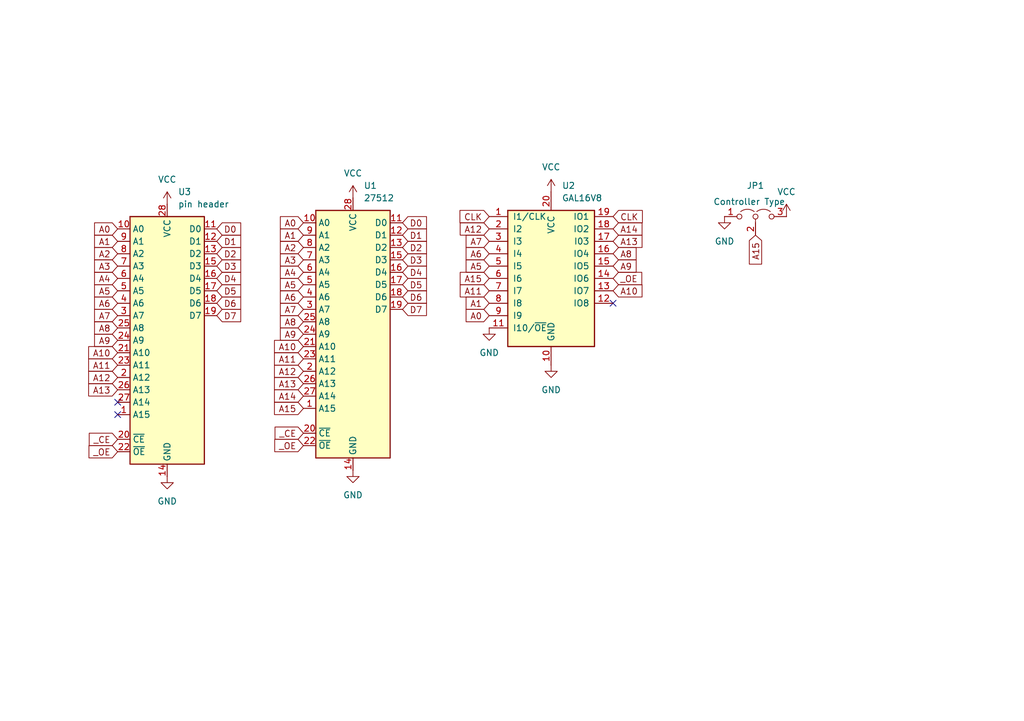
<source format=kicad_sch>
(kicad_sch (version 20231120) (generator "eeschema") (generator_version "8.0")
  (paper "A5")
  (title_block (title "Project Laoshi - 老師") (date "2024-05-19") (rev "3") (comment 1 "Recovering the teachings of an old teacher.") (comment 2 "Please use wisely."))
  (lib_symbols
    (symbol "Jumper:Jumper_3_Open" (pin_names (offset 0) hide) (exclude_from_sim yes) (in_bom no)
      (property "Reference" "JP" (at -2.54 -2.54 0))
      (property "Value" "Jumper_3_Open" (at 0 2.794 0))
      (symbol "Jumper_3_Open_0_0"
        (circle (center -3.302 0) (radius 0.508))
        (circle (center 0 0) (radius 0.508))
        (circle (center 3.302 0) (radius 0.508))
      )
      (symbol "Jumper_3_Open_0_1"
        (arc (start -0.254 1.016) (mid -1.651 1.4992) (end -3.048 1.016))
        (polyline (pts (xy 0 -0.508) (xy 0 -1.27)))
        (arc (start 3.048 1.016) (mid 1.651 1.4992) (end 0.254 1.016))
      )
      (symbol "Jumper_3_Open_1_1"
        (pin passive line (at -6.35 0 0) (length 2.54) (name "A") (number "1"))
        (pin passive line (at 0 -3.81 90) (length 2.54) (name "C") (number "2"))
        (pin passive line (at 6.35 0 180) (length 2.54) (name "B") (number "3"))
      )
    )
    (symbol "Logic_Programmable:GAL16V8" (pin_names (offset 1.016))
      (property "Reference" "U" (at -8.89 16.51 0))
      (property "Value" "GAL16V8" (at 1.27 16.51 0))
      (symbol "GAL16V8_0_0"
        (pin power_in line (at 0 -17.78 90) (length 3.81) (name "GND") (number "10"))
        (pin power_in line (at 0 17.78 270) (length 3.81) (name "VCC") (number "20"))
      )
      (symbol "GAL16V8_0_1"
        (rectangle (start -8.89 13.97) (end 8.89 -13.97) (stroke (width 0.254)) (fill (type background)))
      )
      (symbol "GAL16V8_1_1"
        (pin input line (at -12.7 12.7 0) (length 3.81) (name "I1/CLK") (number "1"))
        (pin input line (at -12.7 -10.16 0) (length 3.81) (name "I10/~{OE}") (number "11"))
        (pin tri_state line (at 12.7 -5.08 180) (length 3.81) (name "IO8") (number "12"))
        (pin tri_state line (at 12.7 -2.54 180) (length 3.81) (name "IO7") (number "13"))
        (pin tri_state line (at 12.7 0 180) (length 3.81) (name "IO6") (number "14"))
        (pin tri_state line (at 12.7 2.54 180) (length 3.81) (name "IO5") (number "15"))
        (pin tri_state line (at 12.7 5.08 180) (length 3.81) (name "IO4") (number "16"))
        (pin tri_state line (at 12.7 7.62 180) (length 3.81) (name "I03") (number "17"))
        (pin tri_state line (at 12.7 10.16 180) (length 3.81) (name "IO2") (number "18"))
        (pin tri_state line (at 12.7 12.7 180) (length 3.81) (name "IO1") (number "19"))
        (pin input line (at -12.7 10.16 0) (length 3.81) (name "I2") (number "2"))
        (pin input line (at -12.7 7.62 0) (length 3.81) (name "I3") (number "3"))
        (pin input line (at -12.7 5.08 0) (length 3.81) (name "I4") (number "4"))
        (pin input line (at -12.7 2.54 0) (length 3.81) (name "I5") (number "5"))
        (pin input line (at -12.7 0 0) (length 3.81) (name "I6") (number "6"))
        (pin input line (at -12.7 -2.54 0) (length 3.81) (name "I7") (number "7"))
        (pin input line (at -12.7 -5.08 0) (length 3.81) (name "I8") (number "8"))
        (pin input line (at -12.7 -7.62 0) (length 3.81) (name "I9") (number "9"))
      )
    )
    (symbol "Memory_EPROM:27512"
      (property "Reference" "U" (at -7.62 26.67 0))
      (property "Value" "27512" (at 2.54 -26.67 0))
      (symbol "27512_1_1"
        (rectangle (start -7.62 25.4) (end 7.62 -25.4) (stroke (width 0.254)) (fill (type background)))
        (pin input line (at -10.16 -15.24 0) (length 2.54) (name "A15") (number "1"))
        (pin input line (at -10.16 22.86 0) (length 2.54) (name "A0") (number "10"))
        (pin tri_state line (at 10.16 22.86 180) (length 2.54) (name "D0") (number "11"))
        (pin tri_state line (at 10.16 20.32 180) (length 2.54) (name "D1") (number "12"))
        (pin tri_state line (at 10.16 17.78 180) (length 2.54) (name "D2") (number "13"))
        (pin power_in line (at 0 -27.94 90) (length 2.54) (name "GND") (number "14"))
        (pin tri_state line (at 10.16 15.24 180) (length 2.54) (name "D3") (number "15"))
        (pin tri_state line (at 10.16 12.7 180) (length 2.54) (name "D4") (number "16"))
        (pin tri_state line (at 10.16 10.16 180) (length 2.54) (name "D5") (number "17"))
        (pin tri_state line (at 10.16 7.62 180) (length 2.54) (name "D6") (number "18"))
        (pin tri_state line (at 10.16 5.08 180) (length 2.54) (name "D7") (number "19"))
        (pin input line (at -10.16 -7.62 0) (length 2.54) (name "A12") (number "2"))
        (pin input line (at -10.16 -20.32 0) (length 2.54) (name "~{CE}") (number "20"))
        (pin input line (at -10.16 -2.54 0) (length 2.54) (name "A10") (number "21"))
        (pin input line (at -10.16 -22.86 0) (length 2.54) (name "~{OE}") (number "22"))
        (pin input line (at -10.16 -5.08 0) (length 2.54) (name "A11") (number "23"))
        (pin input line (at -10.16 0 0) (length 2.54) (name "A9") (number "24"))
        (pin input line (at -10.16 2.54 0) (length 2.54) (name "A8") (number "25"))
        (pin input line (at -10.16 -10.16 0) (length 2.54) (name "A13") (number "26"))
        (pin input line (at -10.16 -12.7 0) (length 2.54) (name "A14") (number "27"))
        (pin power_in line (at 0 27.94 270) (length 2.54) (name "VCC") (number "28"))
        (pin input line (at -10.16 5.08 0) (length 2.54) (name "A7") (number "3"))
        (pin input line (at -10.16 7.62 0) (length 2.54) (name "A6") (number "4"))
        (pin input line (at -10.16 10.16 0) (length 2.54) (name "A5") (number "5"))
        (pin input line (at -10.16 12.7 0) (length 2.54) (name "A4") (number "6"))
        (pin input line (at -10.16 15.24 0) (length 2.54) (name "A3") (number "7"))
        (pin input line (at -10.16 17.78 0) (length 2.54) (name "A2") (number "8"))
        (pin input line (at -10.16 20.32 0) (length 2.54) (name "A1") (number "9"))
      )
    )
    (symbol "power:GND" (power) (pin_numbers hide) (pin_names (offset 0) hide)
      (property "Value" "GND" (at 0 -3.81 0))
      (symbol "GND_0_1"
        (polyline (pts (xy 0 0) (xy 0 -1.27) (xy 1.27 -1.27) (xy 0 -2.54) (xy -1.27 -1.27) (xy 0 -1.27)))
      )
      (symbol "GND_1_1"
        (pin power_in line (at 0 0 270) (length 0) (name "~") (number "1"))
      )
    )
    (symbol "power:VCC" (power) (pin_numbers hide) (pin_names (offset 0) hide)
      (property "Value" "VCC" (at 0 3.556 0))
      (symbol "VCC_0_1"
        (polyline (pts (xy -0.762 1.27) (xy 0 2.54)))
        (polyline (pts (xy 0 0) (xy 0 2.54)))
        (polyline (pts (xy 0 2.54) (xy 0.762 1.27)))
      )
      (symbol "VCC_1_1"
        (pin power_in line (at 0 0 90) (length 0) (name "~") (number "1"))
      )
    )
  )
  (no_connect (at 125.73 62.23))
  (no_connect (at 24.13 85.09))
  (no_connect (at 24.13 82.55))
  (global_label "A8" (shape input) (at 125.73 52.07 0) (property "Intersheetrefs" "${INTERSHEET_REFS}" (effects (hide yes))))
  (global_label "A12" (shape input) (at 24.13 77.47 180) (property "Intersheetrefs" "${INTERSHEET_REFS}" (effects (hide yes))))
  (global_label "A15" (shape input) (at 154.94 48.26 270) (property "Intersheetrefs" "${INTERSHEET_REFS}" (effects (hide yes))))
  (global_label "_CE" (shape input) (at 24.13 90.17 180) (property "Intersheetrefs" "${INTERSHEET_REFS}" (effects (hide yes))))
  (global_label "A8" (shape input) (at 24.13 67.31 180) (property "Intersheetrefs" "${INTERSHEET_REFS}" (effects (hide yes))))
  (global_label "A10" (shape input) (at 24.13 72.39 180) (property "Intersheetrefs" "${INTERSHEET_REFS}" (effects (hide yes))))
  (global_label "A8" (shape input) (at 62.23 66.04 180) (property "Intersheetrefs" "${INTERSHEET_REFS}" (effects (hide yes))))
  (global_label "D5" (shape input) (at 82.55 58.42 0) (property "Intersheetrefs" "${INTERSHEET_REFS}" (effects (hide yes))))
  (global_label "A11" (shape input) (at 62.23 73.66 180) (property "Intersheetrefs" "${INTERSHEET_REFS}" (effects (hide yes))))
  (global_label "A13" (shape input) (at 125.73 49.53 0) (property "Intersheetrefs" "${INTERSHEET_REFS}" (effects (hide yes))))
  (global_label "A9" (shape input) (at 125.73 54.61 0) (property "Intersheetrefs" "${INTERSHEET_REFS}" (effects (hide yes))))
  (global_label "_CE" (shape input) (at 62.23 88.9 180) (property "Intersheetrefs" "${INTERSHEET_REFS}" (effects (hide yes))))
  (global_label "A0" (shape input) (at 62.23 45.72 180) (property "Intersheetrefs" "${INTERSHEET_REFS}" (effects (hide yes))))
  (global_label "A10" (shape input) (at 62.23 71.12 180) (property "Intersheetrefs" "${INTERSHEET_REFS}" (effects (hide yes))))
  (global_label "A4" (shape input) (at 62.23 55.88 180) (property "Intersheetrefs" "${INTERSHEET_REFS}" (effects (hide yes))))
  (global_label "A1" (shape input) (at 100.33 62.23 180) (property "Intersheetrefs" "${INTERSHEET_REFS}" (effects (hide yes))))
  (global_label "D6" (shape input) (at 44.45 62.23 0) (property "Intersheetrefs" "${INTERSHEET_REFS}" (effects (hide yes))))
  (global_label "D3" (shape input) (at 44.45 54.61 0) (property "Intersheetrefs" "${INTERSHEET_REFS}" (effects (hide yes))))
  (global_label "A11" (shape input) (at 24.13 74.93 180) (property "Intersheetrefs" "${INTERSHEET_REFS}" (effects (hide yes))))
  (global_label "A6" (shape input) (at 62.23 60.96 180) (property "Intersheetrefs" "${INTERSHEET_REFS}" (effects (hide yes))))
  (global_label "D2" (shape input) (at 82.55 50.8 0) (property "Intersheetrefs" "${INTERSHEET_REFS}" (effects (hide yes))))
  (global_label "A2" (shape input) (at 24.13 52.07 180) (property "Intersheetrefs" "${INTERSHEET_REFS}" (effects (hide yes))))
  (global_label "D2" (shape input) (at 44.45 52.07 0) (property "Intersheetrefs" "${INTERSHEET_REFS}" (effects (hide yes))))
  (global_label "D1" (shape input) (at 82.55 48.26 0) (property "Intersheetrefs" "${INTERSHEET_REFS}" (effects (hide yes))))
  (global_label "D4" (shape input) (at 82.55 55.88 0) (property "Intersheetrefs" "${INTERSHEET_REFS}" (effects (hide yes))))
  (global_label "A0" (shape input) (at 24.13 46.99 180) (property "Intersheetrefs" "${INTERSHEET_REFS}" (effects (hide yes))))
  (global_label "A15" (shape input) (at 100.33 57.15 180) (property "Intersheetrefs" "${INTERSHEET_REFS}" (effects (hide yes))))
  (global_label "D7" (shape input) (at 82.55 63.5 0) (property "Intersheetrefs" "${INTERSHEET_REFS}" (effects (hide yes))))
  (global_label "A10" (shape input) (at 125.73 59.69 0) (property "Intersheetrefs" "${INTERSHEET_REFS}" (effects (hide yes))))
  (global_label "D6" (shape input) (at 82.55 60.96 0) (property "Intersheetrefs" "${INTERSHEET_REFS}" (effects (hide yes))))
  (global_label "A2" (shape input) (at 62.23 50.8 180) (property "Intersheetrefs" "${INTERSHEET_REFS}" (effects (hide yes))))
  (global_label "A7" (shape input) (at 24.13 64.77 180) (property "Intersheetrefs" "${INTERSHEET_REFS}" (effects (hide yes))))
  (global_label "A4" (shape input) (at 24.13 57.15 180) (property "Intersheetrefs" "${INTERSHEET_REFS}" (effects (hide yes))))
  (global_label "_OE" (shape input) (at 125.73 57.15 0) (property "Intersheetrefs" "${INTERSHEET_REFS}" (effects (hide yes))))
  (global_label "A5" (shape input) (at 24.13 59.69 180) (property "Intersheetrefs" "${INTERSHEET_REFS}" (effects (hide yes))))
  (global_label "A14" (shape input) (at 62.23 81.28 180) (property "Intersheetrefs" "${INTERSHEET_REFS}" (effects (hide yes))))
  (global_label "A0" (shape input) (at 100.33 64.77 180) (property "Intersheetrefs" "${INTERSHEET_REFS}" (effects (hide yes))))
  (global_label "D0" (shape input) (at 44.45 46.99 0) (property "Intersheetrefs" "${INTERSHEET_REFS}" (effects (hide yes))))
  (global_label "A15" (shape input) (at 62.23 83.82 180) (property "Intersheetrefs" "${INTERSHEET_REFS}" (effects (hide yes))))
  (global_label "A6" (shape input) (at 100.33 52.07 180) (property "Intersheetrefs" "${INTERSHEET_REFS}" (effects (hide yes))))
  (global_label "A5" (shape input) (at 100.33 54.61 180) (property "Intersheetrefs" "${INTERSHEET_REFS}" (effects (hide yes))))
  (global_label "A12" (shape input) (at 62.23 76.2 180) (property "Intersheetrefs" "${INTERSHEET_REFS}" (effects (hide yes))))
  (global_label "D4" (shape input) (at 44.45 57.15 0) (property "Intersheetrefs" "${INTERSHEET_REFS}" (effects (hide yes))))
  (global_label "CLK" (shape input) (at 125.73 44.45 0) (property "Intersheetrefs" "${INTERSHEET_REFS}" (effects (hide yes))))
  (global_label "D7" (shape input) (at 44.45 64.77 0) (property "Intersheetrefs" "${INTERSHEET_REFS}" (effects (hide yes))))
  (global_label "A7" (shape input) (at 100.33 49.53 180) (property "Intersheetrefs" "${INTERSHEET_REFS}" (effects (hide yes))))
  (global_label "A3" (shape input) (at 62.23 53.34 180) (property "Intersheetrefs" "${INTERSHEET_REFS}" (effects (hide yes))))
  (global_label "_OE" (shape input) (at 24.13 92.71 180) (property "Intersheetrefs" "${INTERSHEET_REFS}" (effects (hide yes))))
  (global_label "A13" (shape input) (at 24.13 80.01 180) (property "Intersheetrefs" "${INTERSHEET_REFS}" (effects (hide yes))))
  (global_label "A9" (shape input) (at 62.23 68.58 180) (property "Intersheetrefs" "${INTERSHEET_REFS}" (effects (hide yes))))
  (global_label "A6" (shape input) (at 24.13 62.23 180) (property "Intersheetrefs" "${INTERSHEET_REFS}" (effects (hide yes))))
  (global_label "A11" (shape input) (at 100.33 59.69 180) (property "Intersheetrefs" "${INTERSHEET_REFS}" (effects (hide yes))))
  (global_label "A13" (shape input) (at 62.23 78.74 180) (property "Intersheetrefs" "${INTERSHEET_REFS}" (effects (hide yes))))
  (global_label "A1" (shape input) (at 24.13 49.53 180) (property "Intersheetrefs" "${INTERSHEET_REFS}" (effects (hide yes))))
  (global_label "A7" (shape input) (at 62.23 63.5 180) (property "Intersheetrefs" "${INTERSHEET_REFS}" (effects (hide yes))))
  (global_label "A9" (shape input) (at 24.13 69.85 180) (property "Intersheetrefs" "${INTERSHEET_REFS}" (effects (hide yes))))
  (global_label "_OE" (shape input) (at 62.23 91.44 180) (property "Intersheetrefs" "${INTERSHEET_REFS}" (effects (hide yes))))
  (global_label "A3" (shape input) (at 24.13 54.61 180) (property "Intersheetrefs" "${INTERSHEET_REFS}" (effects (hide yes))))
  (global_label "CLK" (shape input) (at 100.33 44.45 180) (property "Intersheetrefs" "${INTERSHEET_REFS}" (effects (hide yes))))
  (global_label "A12" (shape input) (at 100.33 46.99 180) (property "Intersheetrefs" "${INTERSHEET_REFS}" (effects (hide yes))))
  (global_label "A1" (shape input) (at 62.23 48.26 180) (property "Intersheetrefs" "${INTERSHEET_REFS}" (effects (hide yes))))
  (global_label "A14" (shape input) (at 125.73 46.99 0) (property "Intersheetrefs" "${INTERSHEET_REFS}" (effects (hide yes))))
  (global_label "D1" (shape input) (at 44.45 49.53 0) (property "Intersheetrefs" "${INTERSHEET_REFS}" (effects (hide yes))))
  (global_label "A5" (shape input) (at 62.23 58.42 180) (property "Intersheetrefs" "${INTERSHEET_REFS}" (effects (hide yes))))
  (global_label "D5" (shape input) (at 44.45 59.69 0) (property "Intersheetrefs" "${INTERSHEET_REFS}" (effects (hide yes))))
  (global_label "D3" (shape input) (at 82.55 53.34 0) (property "Intersheetrefs" "${INTERSHEET_REFS}" (effects (hide yes))))
  (global_label "D0" (shape input) (at 82.55 45.72 0) (property "Intersheetrefs" "${INTERSHEET_REFS}" (effects (hide yes))))
  (symbol (lib_id "power:VCC") (at 113.03 39.37 0) (unit 1)
    (property "Reference" "#PWR05" (effects (hide yes)))
    (property "Value" "VCC" (at 113.03 34.29 0))
    (property "Description" "Power symbol creates a global label with name \"VCC\"" (effects (hide yes)))
  )
  (symbol (lib_id "power:VCC") (at 72.39 40.64 0) (unit 1)
    (property "Reference" "#PWR04" (effects (hide yes)))
    (property "Value" "VCC" (at 72.39 35.56 0))
    (property "Description" "Power symbol creates a global label with name \"VCC\"" (effects (hide yes)))
  )
  (symbol (lib_id "Jumper:Jumper_3_Open") (at 154.94 44.45 0) (unit 1) (exclude_from_sim yes) (in_bom no)
    (property "Reference" "JP1" (at 154.94 38.1 0))
    (property "Value" "Controller Type" (at 153.67 41.402 0))
    (property "Footprint" "Jumper:SolderJumper-3_P1.3mm_Open_RoundedPad1.0x1.5mm_NumberLabels" (effects (hide yes)))
    (property "Description" "Jumper, 3-pole, both open" (effects (hide yes)))
  )
  (symbol (lib_id "power:GND") (at 34.29 97.79 0) (unit 1)
    (property "Reference" "#PWR09" (effects (hide yes)))
    (property "Value" "GND" (at 34.29 102.87 0))
    (property "Description" "Power symbol creates a global label with name \"GND\" , ground" (effects (hide yes)))
  )
  (symbol (lib_id "power:GND") (at 100.33 67.31 0) (unit 1)
    (property "Reference" "#PWR03" (effects (hide yes)))
    (property "Value" "GND" (at 100.33 72.39 0))
    (property "Description" "Power symbol creates a global label with name \"GND\" , ground" (effects (hide yes)))
  )
  (symbol (lib_id "Logic_Programmable:GAL16V8") (at 113.03 57.15 0) (unit 1)
    (property "Reference" "U2" (at 115.2241 38.1 0) (effects (justify left)))
    (property "Value" "GAL16V8" (at 115.2241 40.64 0) (effects (justify left)))
    (property "Footprint" "Package_SO:TSSOP-20_4.4x6.5mm_P0.65mm" (effects (hide yes)))
    (property "Description" "Programmable Logic Array, DIP-20/SOIC-20/PLCC-20" (effects (hide yes)))
  )
  (symbol (lib_id "power:GND") (at 148.59 44.45 0) (unit 1)
    (property "Reference" "#PWR07" (effects (hide yes)))
    (property "Value" "GND" (at 148.59 49.53 0))
    (property "Description" "Power symbol creates a global label with name \"GND\" , ground" (effects (hide yes)))
  )
  (symbol (lib_id "power:GND") (at 113.03 74.93 0) (unit 1)
    (property "Reference" "#PWR02" (effects (hide yes)))
    (property "Value" "GND" (at 113.03 80.01 0))
    (property "Description" "Power symbol creates a global label with name \"GND\" , ground" (effects (hide yes)))
  )
  (symbol (lib_id "power:VCC") (at 161.29 44.45 0) (unit 1)
    (property "Reference" "#PWR06" (effects (hide yes)))
    (property "Value" "VCC" (at 161.29 39.37 0))
    (property "Description" "Power symbol creates a global label with name \"VCC\"" (effects (hide yes)))
  )
  (symbol (lib_id "Memory_EPROM:27512") (at 72.39 68.58 0) (unit 1)
    (property "Reference" "U1" (at 74.5841 38.1 0) (effects (justify left)))
    (property "Value" "27512" (at 74.5841 40.64 0) (effects (justify left)))
    (property "Footprint" "Package_DIP:DIP-28_W15.24mm_LongPads" (effects (hide yes)))
    (property "Datasheet" "http://pdf.datasheetcatalog.com/datasheets/120/227190_DS.pdf" (effects (hide yes)))
    (property "Description" "UV Erasable EPROM 512 KiBit, [Obsolete 2007-01]" (effects (hide yes)))
  )
  (symbol (lib_id "power:VCC") (at 34.29 41.91 0) (unit 1)
    (property "Reference" "#PWR08" (effects (hide yes)))
    (property "Value" "VCC" (at 34.29 36.83 0))
    (property "Description" "Power symbol creates a global label with name \"VCC\"" (effects (hide yes)))
  )
  (symbol (lib_id "power:GND") (at 72.39 96.52 0) (unit 1)
    (property "Reference" "#PWR01" (effects (hide yes)))
    (property "Value" "GND" (at 72.39 101.6 0))
    (property "Description" "Power symbol creates a global label with name \"GND\" , ground" (effects (hide yes)))
  )
  (symbol (lib_id "Memory_EPROM:27512") (at 34.29 69.85 0) (unit 1)
    (property "Reference" "U3" (at 36.4841 39.37 0) (effects (justify left)))
    (property "Value" "pin header" (at 36.4841 41.91 0) (effects (justify left)))
    (property "Footprint" "Package_DIP:DIP-28_W15.24mm_LongPads" (effects (hide yes)))
    (property "Datasheet" "http://pdf.datasheetcatalog.com/datasheets/120/227190_DS.pdf" (effects (hide yes)))
    (property "Description" "UV Erasable EPROM 512 KiBit, [Obsolete 2007-01]" (effects (hide yes)))
  )
)
</source>
